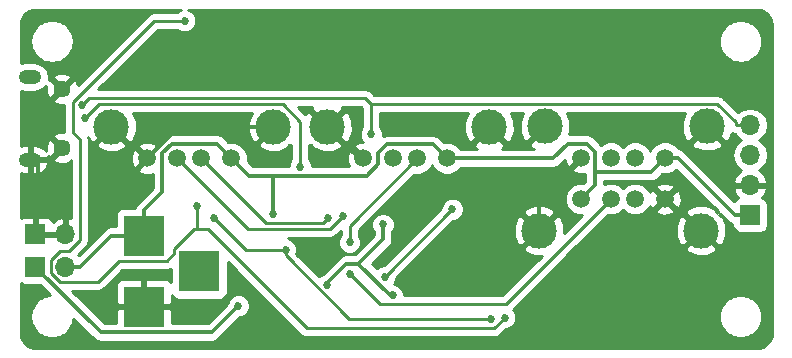
<source format=gbl>
G04 #@! TF.FileFunction,Copper,L2,Bot,Signal*
%FSLAX46Y46*%
G04 Gerber Fmt 4.6, Leading zero omitted, Abs format (unit mm)*
G04 Created by KiCad (PCBNEW 4.0.7) date 05/12/18 20:25:59*
%MOMM*%
%LPD*%
G01*
G04 APERTURE LIST*
%ADD10C,0.127000*%
%ADD11C,1.500000*%
%ADD12C,3.000000*%
%ADD13R,3.500000X3.500000*%
%ADD14C,1.450000*%
%ADD15O,1.900000X1.200000*%
%ADD16R,1.700000X1.700000*%
%ADD17O,1.700000X1.700000*%
%ADD18C,0.685800*%
%ADD19C,0.330000*%
%ADD20C,0.254000*%
G04 APERTURE END LIST*
D10*
D11*
X119992000Y-92735400D03*
X122532000Y-92735400D03*
X124562000Y-92735400D03*
X127102000Y-92735400D03*
D12*
X116942000Y-90065400D03*
X130662000Y-90065400D03*
D11*
X138264000Y-92735400D03*
X140804000Y-92735400D03*
X142834000Y-92735400D03*
X145374000Y-92735400D03*
D12*
X135214000Y-90065400D03*
X148934000Y-90065400D03*
D11*
X156705000Y-92679500D03*
X159245000Y-92679500D03*
X161275000Y-92679500D03*
X163815000Y-92679500D03*
D12*
X153655000Y-90009500D03*
X167375000Y-90009500D03*
D11*
X163815000Y-96177100D03*
X161275000Y-96177100D03*
X159245000Y-96177100D03*
X156705000Y-96177100D03*
D12*
X166865000Y-98847100D03*
X153145000Y-98847100D03*
D13*
X119695000Y-99298800D03*
X119695000Y-105298800D03*
X124395000Y-102298800D03*
D14*
X112756000Y-86847000D03*
X112756000Y-91847000D03*
D15*
X110056000Y-85847000D03*
X110056000Y-92847000D03*
D16*
X171021000Y-97538500D03*
D17*
X171021000Y-94998500D03*
X171021000Y-92458500D03*
X171021000Y-89918500D03*
D16*
X110498000Y-101933000D03*
D17*
X113038000Y-101933000D03*
D16*
X110490000Y-99151400D03*
D17*
X113030000Y-99151400D03*
D18*
X140742200Y-104332200D03*
X135199300Y-103447000D03*
X139933600Y-98331700D03*
X131680900Y-100452300D03*
X149047500Y-106345400D03*
X125637700Y-97761900D03*
X150248000Y-106210400D03*
X123153300Y-81097100D03*
X124160000Y-96803500D03*
X145801800Y-97035000D03*
X140089600Y-102747200D03*
X135270100Y-97812900D03*
X136530200Y-97646300D03*
X137107000Y-99858000D03*
X137108000Y-102490400D03*
X138934300Y-90680100D03*
X114472500Y-88226800D03*
X114678000Y-89347000D03*
X132928800Y-93427300D03*
X130650500Y-97457200D03*
X127686600Y-105219200D03*
D19*
X136840700Y-101652500D02*
X137860800Y-101652500D01*
X135199300Y-103293900D02*
X136840700Y-101652500D01*
X135199300Y-103447000D02*
X135199300Y-103293900D01*
X140540500Y-104332200D02*
X140742200Y-104332200D01*
X137860800Y-101652500D02*
X140540500Y-104332200D01*
X139933600Y-99579700D02*
X139933600Y-98331700D01*
X137860800Y-101652500D02*
X139933600Y-99579700D01*
X110490000Y-99151400D02*
X110490000Y-97882100D01*
X110056000Y-92847000D02*
X110740700Y-92847000D01*
X110740700Y-97631400D02*
X110740700Y-92847000D01*
X110490000Y-97882100D02*
X110740700Y-97631400D01*
X111756000Y-92847000D02*
X112756000Y-91847000D01*
X110740700Y-92847000D02*
X111756000Y-92847000D01*
X113030000Y-99151400D02*
X110490000Y-99151400D01*
X122662000Y-90065400D02*
X130662000Y-90065400D01*
X119992000Y-92735400D02*
X122662000Y-90065400D01*
X137884000Y-92735400D02*
X138264000Y-92735400D01*
X135214000Y-90065400D02*
X137884000Y-92735400D01*
X153145000Y-96239500D02*
X153145000Y-98847100D01*
X156705000Y-92679500D02*
X153145000Y-96239500D01*
D20*
X131680900Y-100953000D02*
X131680900Y-100452300D01*
X137073300Y-106345400D02*
X131680900Y-100953000D01*
X149047500Y-106345400D02*
X137073300Y-106345400D01*
X128328100Y-100452300D02*
X125637700Y-97761900D01*
X131680900Y-100452300D02*
X128328100Y-100452300D01*
X124160000Y-98744200D02*
X124160000Y-96803500D01*
X125093000Y-98744200D02*
X124160000Y-98744200D01*
X133463900Y-107115100D02*
X125093000Y-98744200D01*
X149343300Y-107115100D02*
X133463900Y-107115100D01*
X150248000Y-106210400D02*
X149343300Y-107115100D01*
X120560500Y-81097100D02*
X123153300Y-81097100D01*
X113716000Y-87941600D02*
X120560500Y-81097100D01*
X113716000Y-90590900D02*
X113716000Y-87941600D01*
X114261400Y-91136300D02*
X113716000Y-90590900D01*
X114261400Y-99661400D02*
X114261400Y-91136300D01*
X113380600Y-100542200D02*
X114261400Y-99661400D01*
X112612500Y-100542200D02*
X113380600Y-100542200D01*
X111806600Y-101348100D02*
X112612500Y-100542200D01*
X111806600Y-102443000D02*
X111806600Y-101348100D01*
X112551200Y-103187600D02*
X111806600Y-102443000D01*
X115806200Y-103187600D02*
X112551200Y-103187600D01*
X117563600Y-101430200D02*
X115806200Y-103187600D01*
X121611100Y-101430200D02*
X117563600Y-101430200D01*
X122263600Y-100777700D02*
X121611100Y-101430200D01*
X122263600Y-100386000D02*
X122263600Y-100777700D01*
X123905400Y-98744200D02*
X122263600Y-100386000D01*
X124160000Y-98744200D02*
X123905400Y-98744200D01*
X145801800Y-97035000D02*
X140089600Y-102747200D01*
X130019900Y-98193300D02*
X124562000Y-92735400D01*
X134889700Y-98193300D02*
X130019900Y-98193300D01*
X135270100Y-97812900D02*
X134889700Y-98193300D01*
X128519800Y-98723200D02*
X122532000Y-92735400D01*
X135453300Y-98723200D02*
X128519800Y-98723200D01*
X136530200Y-97646300D02*
X135453300Y-98723200D01*
X137107000Y-98462400D02*
X137107000Y-99858000D01*
X142834000Y-92735400D02*
X137107000Y-98462400D01*
X139675200Y-105057600D02*
X137108000Y-102490400D01*
X150364500Y-105057600D02*
X139675200Y-105057600D01*
X159245000Y-96177100D02*
X150364500Y-105057600D01*
X171021000Y-89918500D02*
X169789700Y-89918500D01*
X138987000Y-88121400D02*
X138934300Y-88174100D01*
X168223500Y-88121400D02*
X138987000Y-88121400D01*
X169789700Y-89687600D02*
X168223500Y-88121400D01*
X169789700Y-89918500D02*
X169789700Y-89687600D01*
X138934300Y-88174100D02*
X138934300Y-90680100D01*
X115033500Y-87665800D02*
X114472500Y-88226800D01*
X138426000Y-87665800D02*
X115033500Y-87665800D01*
X138934300Y-88174100D02*
X138426000Y-87665800D01*
X115850900Y-88174100D02*
X114678000Y-89347000D01*
X131431400Y-88174100D02*
X115850900Y-88174100D01*
X132928800Y-89671500D02*
X131431400Y-88174100D01*
X132928800Y-93427300D02*
X132928800Y-89671500D01*
D19*
X162614100Y-93880400D02*
X163815000Y-92679500D01*
X157877300Y-93880400D02*
X162614100Y-93880400D01*
X157877300Y-95004800D02*
X156705000Y-96177100D01*
X157877300Y-93880400D02*
X157877300Y-95004800D01*
X164892700Y-92679500D02*
X163815000Y-92679500D01*
X169751700Y-97538500D02*
X164892700Y-92679500D01*
X171021000Y-97538500D02*
X169751700Y-97538500D01*
X157877300Y-92187400D02*
X157877300Y-93880400D01*
X157193500Y-91503600D02*
X157877300Y-92187400D01*
X155580900Y-91503600D02*
X157193500Y-91503600D01*
X154349100Y-92735400D02*
X155580900Y-91503600D01*
X145374000Y-92735400D02*
X154349100Y-92735400D01*
X138543100Y-94213600D02*
X130650500Y-94213600D01*
X139534100Y-93222600D02*
X138543100Y-94213600D01*
X139534100Y-92291800D02*
X139534100Y-93222600D01*
X140282400Y-91543500D02*
X139534100Y-92291800D01*
X144182100Y-91543500D02*
X140282400Y-91543500D01*
X145374000Y-92735400D02*
X144182100Y-91543500D01*
X116033200Y-107468200D02*
X110498000Y-101933000D01*
X125437600Y-107468200D02*
X116033200Y-107468200D01*
X127686600Y-105219200D02*
X125437600Y-107468200D01*
X113038000Y-101933000D02*
X114307300Y-101933000D01*
X128580200Y-94213600D02*
X127102000Y-92735400D01*
X130650500Y-94213600D02*
X128580200Y-94213600D01*
X116941500Y-99298800D02*
X119695000Y-99298800D01*
X114307300Y-101933000D02*
X116941500Y-99298800D01*
X125877300Y-91510700D02*
X127102000Y-92735400D01*
X122043200Y-91510700D02*
X125877300Y-91510700D01*
X121262000Y-92291900D02*
X122043200Y-91510700D01*
X121262000Y-95562500D02*
X121262000Y-92291900D01*
X119695000Y-97129500D02*
X121262000Y-95562500D01*
X119695000Y-99298800D02*
X119695000Y-97129500D01*
X130650500Y-94213600D02*
X130650500Y-97457200D01*
D20*
G36*
X171674156Y-80164655D02*
X171787831Y-80179620D01*
X171899781Y-80204438D01*
X172009134Y-80238918D01*
X172115069Y-80282797D01*
X172216771Y-80335741D01*
X172313479Y-80397350D01*
X172404449Y-80467154D01*
X172488984Y-80544616D01*
X172566446Y-80629151D01*
X172636250Y-80720121D01*
X172697859Y-80816829D01*
X172750803Y-80918531D01*
X172794684Y-81024472D01*
X172824654Y-81119522D01*
X172867005Y-81359712D01*
X172874056Y-107458688D01*
X172868434Y-107588225D01*
X172853495Y-107701920D01*
X172828699Y-107813891D01*
X172794237Y-107923274D01*
X172750373Y-108029231D01*
X172697435Y-108130971D01*
X172635836Y-108227698D01*
X172566033Y-108318696D01*
X172488569Y-108403258D01*
X172404025Y-108480748D01*
X172313048Y-108550574D01*
X172216333Y-108612201D01*
X172114626Y-108665157D01*
X172008661Y-108709057D01*
X171899300Y-108743545D01*
X171831220Y-108758641D01*
X110577337Y-108788032D01*
X110447710Y-108782429D01*
X110333910Y-108767487D01*
X110221843Y-108742674D01*
X110112383Y-108708183D01*
X110006336Y-108664268D01*
X109904527Y-108611270D01*
X109807738Y-108549597D01*
X109716690Y-108479710D01*
X109632088Y-108402147D01*
X109554580Y-108317504D01*
X109484741Y-108226408D01*
X109423127Y-108129584D01*
X109370186Y-108027738D01*
X109326339Y-107921676D01*
X109291910Y-107812185D01*
X109276814Y-107743816D01*
X109276508Y-103297711D01*
X109396110Y-103379431D01*
X109648000Y-103430440D01*
X110864070Y-103430440D01*
X111739158Y-104305528D01*
X111522548Y-104334045D01*
X111437699Y-104362848D01*
X111349818Y-104380328D01*
X111072461Y-104495214D01*
X110997962Y-104544993D01*
X110917599Y-104584623D01*
X110679426Y-104767379D01*
X110620347Y-104834747D01*
X110552979Y-104893826D01*
X110370223Y-105131999D01*
X110330592Y-105212364D01*
X110280814Y-105286861D01*
X110165928Y-105564219D01*
X110148448Y-105652100D01*
X110119645Y-105736949D01*
X110080460Y-106034590D01*
X110086320Y-106124000D01*
X110080460Y-106213410D01*
X110119645Y-106511051D01*
X110148448Y-106595900D01*
X110165928Y-106683781D01*
X110280814Y-106961139D01*
X110330592Y-107035636D01*
X110370223Y-107116001D01*
X110552979Y-107354174D01*
X110620347Y-107413253D01*
X110679426Y-107480621D01*
X110917599Y-107663377D01*
X110997962Y-107703007D01*
X111072461Y-107752786D01*
X111349818Y-107867672D01*
X111437699Y-107885152D01*
X111522548Y-107913955D01*
X111820190Y-107953140D01*
X111909597Y-107947279D01*
X111999010Y-107953140D01*
X112296651Y-107913955D01*
X112381500Y-107885152D01*
X112469381Y-107867672D01*
X112746739Y-107752786D01*
X112821236Y-107703008D01*
X112901601Y-107663377D01*
X113139774Y-107480621D01*
X113198853Y-107413253D01*
X113266221Y-107354174D01*
X113448977Y-107116001D01*
X113488607Y-107035638D01*
X113538386Y-106961139D01*
X113653272Y-106683782D01*
X113670752Y-106595901D01*
X113699555Y-106511052D01*
X113728072Y-106294442D01*
X115467515Y-108033885D01*
X115727053Y-108207304D01*
X116033200Y-108268200D01*
X125437600Y-108268200D01*
X125743747Y-108207304D01*
X126003285Y-108033885D01*
X127839937Y-106197234D01*
X127880263Y-106197269D01*
X128239812Y-106048707D01*
X128515140Y-105773859D01*
X128664330Y-105414570D01*
X128664669Y-105025537D01*
X128516107Y-104665988D01*
X128241259Y-104390660D01*
X127881970Y-104241470D01*
X127492937Y-104241131D01*
X127133388Y-104389693D01*
X126858060Y-104664541D01*
X126708870Y-105023830D01*
X126708834Y-105065596D01*
X125106230Y-106668200D01*
X122080000Y-106668200D01*
X122080000Y-105584550D01*
X121921250Y-105425800D01*
X119822000Y-105425800D01*
X119822000Y-105445800D01*
X119568000Y-105445800D01*
X119568000Y-105425800D01*
X117468750Y-105425800D01*
X117310000Y-105584550D01*
X117310000Y-106668200D01*
X116364570Y-106668200D01*
X113645970Y-103949600D01*
X115806200Y-103949600D01*
X116097805Y-103891596D01*
X116345015Y-103726415D01*
X116648939Y-103422491D01*
X117310000Y-103422491D01*
X117310000Y-105013050D01*
X117468750Y-105171800D01*
X119568000Y-105171800D01*
X119568000Y-103072550D01*
X119409250Y-102913800D01*
X117818690Y-102913800D01*
X117585301Y-103010473D01*
X117406673Y-103189102D01*
X117310000Y-103422491D01*
X116648939Y-103422491D01*
X117879230Y-102192200D01*
X121611100Y-102192200D01*
X121902705Y-102134196D01*
X121997560Y-102070816D01*
X121997560Y-103223463D01*
X121983327Y-103189102D01*
X121804699Y-103010473D01*
X121571310Y-102913800D01*
X119980750Y-102913800D01*
X119822000Y-103072550D01*
X119822000Y-105171800D01*
X121921250Y-105171800D01*
X122080000Y-105013050D01*
X122080000Y-104343422D01*
X122180910Y-104500241D01*
X122393110Y-104645231D01*
X122645000Y-104696240D01*
X126145000Y-104696240D01*
X126380317Y-104651962D01*
X126596441Y-104512890D01*
X126741431Y-104300690D01*
X126792440Y-104048800D01*
X126792440Y-101521270D01*
X132925084Y-107653915D01*
X133148791Y-107803391D01*
X133172295Y-107819096D01*
X133463900Y-107877100D01*
X149343300Y-107877100D01*
X149634905Y-107819096D01*
X149882115Y-107653915D01*
X150347643Y-107188387D01*
X150441663Y-107188469D01*
X150801212Y-107039907D01*
X151076540Y-106765059D01*
X151225730Y-106405770D01*
X151226053Y-106034590D01*
X168380460Y-106034590D01*
X168386320Y-106124000D01*
X168380460Y-106213410D01*
X168419645Y-106511051D01*
X168448448Y-106595900D01*
X168465928Y-106683781D01*
X168580814Y-106961139D01*
X168630592Y-107035636D01*
X168670223Y-107116001D01*
X168852979Y-107354174D01*
X168920347Y-107413253D01*
X168979426Y-107480621D01*
X169217599Y-107663377D01*
X169297962Y-107703007D01*
X169372461Y-107752786D01*
X169649818Y-107867672D01*
X169737699Y-107885152D01*
X169822548Y-107913955D01*
X170120190Y-107953140D01*
X170209597Y-107947279D01*
X170299010Y-107953140D01*
X170596651Y-107913955D01*
X170681500Y-107885152D01*
X170769381Y-107867672D01*
X171046739Y-107752786D01*
X171121236Y-107703008D01*
X171201601Y-107663377D01*
X171439774Y-107480621D01*
X171498853Y-107413253D01*
X171566221Y-107354174D01*
X171748977Y-107116001D01*
X171788607Y-107035638D01*
X171838386Y-106961139D01*
X171953272Y-106683782D01*
X171970752Y-106595901D01*
X171999555Y-106511052D01*
X172038740Y-106213410D01*
X172032879Y-106124000D01*
X172038740Y-106034590D01*
X171999555Y-105736948D01*
X171970752Y-105652099D01*
X171953272Y-105564218D01*
X171838386Y-105286861D01*
X171788607Y-105212362D01*
X171748977Y-105131999D01*
X171566221Y-104893826D01*
X171498853Y-104834747D01*
X171439774Y-104767379D01*
X171201601Y-104584623D01*
X171121236Y-104544992D01*
X171046739Y-104495214D01*
X170769381Y-104380328D01*
X170681500Y-104362848D01*
X170596651Y-104334045D01*
X170299010Y-104294860D01*
X170209597Y-104300721D01*
X170120190Y-104294860D01*
X169822548Y-104334045D01*
X169737699Y-104362848D01*
X169649818Y-104380328D01*
X169372461Y-104495214D01*
X169297962Y-104544993D01*
X169217599Y-104584623D01*
X168979426Y-104767379D01*
X168920347Y-104834747D01*
X168852979Y-104893826D01*
X168670223Y-105131999D01*
X168630592Y-105212364D01*
X168580814Y-105286861D01*
X168465928Y-105564219D01*
X168448448Y-105652100D01*
X168419645Y-105736949D01*
X168380460Y-106034590D01*
X151226053Y-106034590D01*
X151226069Y-106016737D01*
X151077507Y-105657188D01*
X150960127Y-105539603D01*
X156138660Y-100361070D01*
X165530635Y-100361070D01*
X165690418Y-100679839D01*
X166481187Y-100989823D01*
X167330387Y-100973597D01*
X168039582Y-100679839D01*
X168199365Y-100361070D01*
X166865000Y-99026705D01*
X165530635Y-100361070D01*
X156138660Y-100361070D01*
X158036443Y-98463287D01*
X164722277Y-98463287D01*
X164738503Y-99312487D01*
X165032261Y-100021682D01*
X165351030Y-100181465D01*
X166685395Y-98847100D01*
X165351030Y-97512735D01*
X165032261Y-97672518D01*
X164722277Y-98463287D01*
X158036443Y-98463287D01*
X158946799Y-97552932D01*
X158968298Y-97561859D01*
X159519285Y-97562340D01*
X160028515Y-97351931D01*
X160260062Y-97120787D01*
X160489436Y-97350561D01*
X160998298Y-97561859D01*
X161549285Y-97562340D01*
X162058515Y-97351931D01*
X162262183Y-97148617D01*
X163023088Y-97148617D01*
X163091077Y-97389560D01*
X163610171Y-97574301D01*
X164160448Y-97546330D01*
X164538923Y-97389560D01*
X164606912Y-97148617D01*
X163815000Y-96356705D01*
X163023088Y-97148617D01*
X162262183Y-97148617D01*
X162448461Y-96962664D01*
X162538377Y-96746121D01*
X162602540Y-96901023D01*
X162843483Y-96969012D01*
X163635395Y-96177100D01*
X163994605Y-96177100D01*
X164786517Y-96969012D01*
X165027460Y-96901023D01*
X165212201Y-96381929D01*
X165184230Y-95831652D01*
X165027460Y-95453177D01*
X164786517Y-95385188D01*
X163994605Y-96177100D01*
X163635395Y-96177100D01*
X162843483Y-95385188D01*
X162602540Y-95453177D01*
X162543268Y-95619721D01*
X162449831Y-95393585D01*
X162262157Y-95205583D01*
X163023088Y-95205583D01*
X163815000Y-95997495D01*
X164606912Y-95205583D01*
X164538923Y-94964640D01*
X164019829Y-94779899D01*
X163469552Y-94807870D01*
X163091077Y-94964640D01*
X163023088Y-95205583D01*
X162262157Y-95205583D01*
X162060564Y-95003639D01*
X161551702Y-94792341D01*
X161000715Y-94791860D01*
X160491485Y-95002269D01*
X160259938Y-95233413D01*
X160030564Y-95003639D01*
X159521702Y-94792341D01*
X158970715Y-94791860D01*
X158677300Y-94913096D01*
X158677300Y-94680400D01*
X162614100Y-94680400D01*
X162920247Y-94619504D01*
X163179785Y-94446085D01*
X163561591Y-94064279D01*
X164089285Y-94064740D01*
X164598515Y-93854331D01*
X164767485Y-93685655D01*
X168307161Y-97225331D01*
X168199364Y-97333128D01*
X168039582Y-97014361D01*
X167248813Y-96704377D01*
X166399613Y-96720603D01*
X165690418Y-97014361D01*
X165530635Y-97333130D01*
X166865000Y-98667495D01*
X166879143Y-98653353D01*
X167058748Y-98832958D01*
X167044605Y-98847100D01*
X168378970Y-100181465D01*
X168697739Y-100021682D01*
X169007723Y-99230913D01*
X168991497Y-98381713D01*
X168697739Y-97672518D01*
X168378972Y-97512736D01*
X168486769Y-97404939D01*
X169186015Y-98104186D01*
X169445553Y-98277604D01*
X169523560Y-98293120D01*
X169523560Y-98388500D01*
X169567838Y-98623817D01*
X169706910Y-98839941D01*
X169919110Y-98984931D01*
X170171000Y-99035940D01*
X171871000Y-99035940D01*
X172106317Y-98991662D01*
X172322441Y-98852590D01*
X172467431Y-98640390D01*
X172518440Y-98388500D01*
X172518440Y-96688500D01*
X172474162Y-96453183D01*
X172335090Y-96237059D01*
X172122890Y-96092069D01*
X172014893Y-96070199D01*
X172292645Y-95765424D01*
X172462476Y-95355390D01*
X172341155Y-95125500D01*
X171148000Y-95125500D01*
X171148000Y-95145500D01*
X170894000Y-95145500D01*
X170894000Y-95125500D01*
X169700845Y-95125500D01*
X169579524Y-95355390D01*
X169749355Y-95765424D01*
X170025501Y-96068437D01*
X169935683Y-96085338D01*
X169719559Y-96224410D01*
X169658437Y-96313866D01*
X165458385Y-92113815D01*
X165198847Y-91940396D01*
X165173730Y-91935400D01*
X164991107Y-91899074D01*
X164989831Y-91895985D01*
X164617965Y-91523470D01*
X166040635Y-91523470D01*
X166200418Y-91842239D01*
X166991187Y-92152223D01*
X167840387Y-92135997D01*
X168549582Y-91842239D01*
X168709365Y-91523470D01*
X167375000Y-90189105D01*
X166040635Y-91523470D01*
X164617965Y-91523470D01*
X164600564Y-91506039D01*
X164091702Y-91294741D01*
X163540715Y-91294260D01*
X163031485Y-91504669D01*
X162641539Y-91893936D01*
X162545024Y-92126370D01*
X162449831Y-91895985D01*
X162060564Y-91506039D01*
X161551702Y-91294741D01*
X161000715Y-91294260D01*
X160491485Y-91504669D01*
X160259938Y-91735813D01*
X160030564Y-91506039D01*
X159521702Y-91294741D01*
X158970715Y-91294260D01*
X158461485Y-91504669D01*
X158393653Y-91572382D01*
X157759185Y-90937915D01*
X157499647Y-90764496D01*
X157193500Y-90703600D01*
X155676089Y-90703600D01*
X155797723Y-90393313D01*
X155781497Y-89544113D01*
X155507821Y-88883400D01*
X165523256Y-88883400D01*
X165232277Y-89625687D01*
X165248503Y-90474887D01*
X165542261Y-91184082D01*
X165861030Y-91343865D01*
X167195395Y-90009500D01*
X167181253Y-89995358D01*
X167360858Y-89815753D01*
X167375000Y-89829895D01*
X167389143Y-89815753D01*
X167568748Y-89995358D01*
X167554605Y-90009500D01*
X168888970Y-91343865D01*
X169207739Y-91184082D01*
X169442456Y-90585319D01*
X169498095Y-90622496D01*
X169743202Y-90671251D01*
X169941853Y-90968554D01*
X170271026Y-91188500D01*
X169941853Y-91408446D01*
X169619946Y-91890215D01*
X169506907Y-92458500D01*
X169619946Y-93026785D01*
X169941853Y-93508554D01*
X170282553Y-93736202D01*
X170139642Y-93803317D01*
X169749355Y-94231576D01*
X169579524Y-94641610D01*
X169700845Y-94871500D01*
X170894000Y-94871500D01*
X170894000Y-94851500D01*
X171148000Y-94851500D01*
X171148000Y-94871500D01*
X172341155Y-94871500D01*
X172462476Y-94641610D01*
X172292645Y-94231576D01*
X171902358Y-93803317D01*
X171759447Y-93736202D01*
X172100147Y-93508554D01*
X172422054Y-93026785D01*
X172535093Y-92458500D01*
X172422054Y-91890215D01*
X172100147Y-91408446D01*
X171770974Y-91188500D01*
X172100147Y-90968554D01*
X172422054Y-90486785D01*
X172535093Y-89918500D01*
X172422054Y-89350215D01*
X172100147Y-88868446D01*
X171618378Y-88546539D01*
X171050093Y-88433500D01*
X170991907Y-88433500D01*
X170423622Y-88546539D01*
X170005590Y-88825859D01*
X168762315Y-87582585D01*
X168722345Y-87555878D01*
X168515105Y-87417404D01*
X168223500Y-87359400D01*
X139197230Y-87359400D01*
X138964815Y-87126985D01*
X138756796Y-86987991D01*
X138717605Y-86961804D01*
X138426000Y-86903800D01*
X115831430Y-86903800D01*
X120000640Y-82734590D01*
X168380460Y-82734590D01*
X168386320Y-82824000D01*
X168380460Y-82913410D01*
X168419645Y-83211051D01*
X168448448Y-83295900D01*
X168465928Y-83383781D01*
X168580814Y-83661139D01*
X168630592Y-83735636D01*
X168670223Y-83816001D01*
X168852979Y-84054174D01*
X168920347Y-84113253D01*
X168979426Y-84180621D01*
X169217599Y-84363377D01*
X169297962Y-84403007D01*
X169372461Y-84452786D01*
X169649818Y-84567672D01*
X169737699Y-84585152D01*
X169822548Y-84613955D01*
X170120190Y-84653140D01*
X170209597Y-84647279D01*
X170299010Y-84653140D01*
X170596651Y-84613955D01*
X170681500Y-84585152D01*
X170769381Y-84567672D01*
X171046739Y-84452786D01*
X171121236Y-84403008D01*
X171201601Y-84363377D01*
X171439774Y-84180621D01*
X171498853Y-84113253D01*
X171566221Y-84054174D01*
X171748977Y-83816001D01*
X171788607Y-83735638D01*
X171838386Y-83661139D01*
X171953272Y-83383782D01*
X171970752Y-83295901D01*
X171999555Y-83211052D01*
X172038740Y-82913410D01*
X172032879Y-82824000D01*
X172038740Y-82734590D01*
X171999555Y-82436948D01*
X171970752Y-82352099D01*
X171953272Y-82264218D01*
X171838386Y-81986861D01*
X171788607Y-81912362D01*
X171748977Y-81831999D01*
X171566221Y-81593826D01*
X171498853Y-81534747D01*
X171439774Y-81467379D01*
X171201601Y-81284623D01*
X171121236Y-81244992D01*
X171046739Y-81195214D01*
X170769381Y-81080328D01*
X170681500Y-81062848D01*
X170596651Y-81034045D01*
X170299010Y-80994860D01*
X170209597Y-81000721D01*
X170120190Y-80994860D01*
X169822548Y-81034045D01*
X169737699Y-81062848D01*
X169649818Y-81080328D01*
X169372461Y-81195214D01*
X169297962Y-81244993D01*
X169217599Y-81284623D01*
X168979426Y-81467379D01*
X168920347Y-81534747D01*
X168852979Y-81593826D01*
X168670223Y-81831999D01*
X168630592Y-81912364D01*
X168580814Y-81986861D01*
X168465928Y-82264219D01*
X168448448Y-82352100D01*
X168419645Y-82436949D01*
X168380460Y-82734590D01*
X120000640Y-82734590D01*
X120876131Y-81859100D01*
X122532217Y-81859100D01*
X122598641Y-81925640D01*
X122957930Y-82074830D01*
X123346963Y-82075169D01*
X123706512Y-81926607D01*
X123981840Y-81651759D01*
X124131030Y-81292470D01*
X124131369Y-80903437D01*
X123982807Y-80543888D01*
X123707959Y-80268560D01*
X123444110Y-80159000D01*
X171544651Y-80159000D01*
X171674156Y-80164655D01*
X171674156Y-80164655D01*
G37*
X171674156Y-80164655D02*
X171787831Y-80179620D01*
X171899781Y-80204438D01*
X172009134Y-80238918D01*
X172115069Y-80282797D01*
X172216771Y-80335741D01*
X172313479Y-80397350D01*
X172404449Y-80467154D01*
X172488984Y-80544616D01*
X172566446Y-80629151D01*
X172636250Y-80720121D01*
X172697859Y-80816829D01*
X172750803Y-80918531D01*
X172794684Y-81024472D01*
X172824654Y-81119522D01*
X172867005Y-81359712D01*
X172874056Y-107458688D01*
X172868434Y-107588225D01*
X172853495Y-107701920D01*
X172828699Y-107813891D01*
X172794237Y-107923274D01*
X172750373Y-108029231D01*
X172697435Y-108130971D01*
X172635836Y-108227698D01*
X172566033Y-108318696D01*
X172488569Y-108403258D01*
X172404025Y-108480748D01*
X172313048Y-108550574D01*
X172216333Y-108612201D01*
X172114626Y-108665157D01*
X172008661Y-108709057D01*
X171899300Y-108743545D01*
X171831220Y-108758641D01*
X110577337Y-108788032D01*
X110447710Y-108782429D01*
X110333910Y-108767487D01*
X110221843Y-108742674D01*
X110112383Y-108708183D01*
X110006336Y-108664268D01*
X109904527Y-108611270D01*
X109807738Y-108549597D01*
X109716690Y-108479710D01*
X109632088Y-108402147D01*
X109554580Y-108317504D01*
X109484741Y-108226408D01*
X109423127Y-108129584D01*
X109370186Y-108027738D01*
X109326339Y-107921676D01*
X109291910Y-107812185D01*
X109276814Y-107743816D01*
X109276508Y-103297711D01*
X109396110Y-103379431D01*
X109648000Y-103430440D01*
X110864070Y-103430440D01*
X111739158Y-104305528D01*
X111522548Y-104334045D01*
X111437699Y-104362848D01*
X111349818Y-104380328D01*
X111072461Y-104495214D01*
X110997962Y-104544993D01*
X110917599Y-104584623D01*
X110679426Y-104767379D01*
X110620347Y-104834747D01*
X110552979Y-104893826D01*
X110370223Y-105131999D01*
X110330592Y-105212364D01*
X110280814Y-105286861D01*
X110165928Y-105564219D01*
X110148448Y-105652100D01*
X110119645Y-105736949D01*
X110080460Y-106034590D01*
X110086320Y-106124000D01*
X110080460Y-106213410D01*
X110119645Y-106511051D01*
X110148448Y-106595900D01*
X110165928Y-106683781D01*
X110280814Y-106961139D01*
X110330592Y-107035636D01*
X110370223Y-107116001D01*
X110552979Y-107354174D01*
X110620347Y-107413253D01*
X110679426Y-107480621D01*
X110917599Y-107663377D01*
X110997962Y-107703007D01*
X111072461Y-107752786D01*
X111349818Y-107867672D01*
X111437699Y-107885152D01*
X111522548Y-107913955D01*
X111820190Y-107953140D01*
X111909597Y-107947279D01*
X111999010Y-107953140D01*
X112296651Y-107913955D01*
X112381500Y-107885152D01*
X112469381Y-107867672D01*
X112746739Y-107752786D01*
X112821236Y-107703008D01*
X112901601Y-107663377D01*
X113139774Y-107480621D01*
X113198853Y-107413253D01*
X113266221Y-107354174D01*
X113448977Y-107116001D01*
X113488607Y-107035638D01*
X113538386Y-106961139D01*
X113653272Y-106683782D01*
X113670752Y-106595901D01*
X113699555Y-106511052D01*
X113728072Y-106294442D01*
X115467515Y-108033885D01*
X115727053Y-108207304D01*
X116033200Y-108268200D01*
X125437600Y-108268200D01*
X125743747Y-108207304D01*
X126003285Y-108033885D01*
X127839937Y-106197234D01*
X127880263Y-106197269D01*
X128239812Y-106048707D01*
X128515140Y-105773859D01*
X128664330Y-105414570D01*
X128664669Y-105025537D01*
X128516107Y-104665988D01*
X128241259Y-104390660D01*
X127881970Y-104241470D01*
X127492937Y-104241131D01*
X127133388Y-104389693D01*
X126858060Y-104664541D01*
X126708870Y-105023830D01*
X126708834Y-105065596D01*
X125106230Y-106668200D01*
X122080000Y-106668200D01*
X122080000Y-105584550D01*
X121921250Y-105425800D01*
X119822000Y-105425800D01*
X119822000Y-105445800D01*
X119568000Y-105445800D01*
X119568000Y-105425800D01*
X117468750Y-105425800D01*
X117310000Y-105584550D01*
X117310000Y-106668200D01*
X116364570Y-106668200D01*
X113645970Y-103949600D01*
X115806200Y-103949600D01*
X116097805Y-103891596D01*
X116345015Y-103726415D01*
X116648939Y-103422491D01*
X117310000Y-103422491D01*
X117310000Y-105013050D01*
X117468750Y-105171800D01*
X119568000Y-105171800D01*
X119568000Y-103072550D01*
X119409250Y-102913800D01*
X117818690Y-102913800D01*
X117585301Y-103010473D01*
X117406673Y-103189102D01*
X117310000Y-103422491D01*
X116648939Y-103422491D01*
X117879230Y-102192200D01*
X121611100Y-102192200D01*
X121902705Y-102134196D01*
X121997560Y-102070816D01*
X121997560Y-103223463D01*
X121983327Y-103189102D01*
X121804699Y-103010473D01*
X121571310Y-102913800D01*
X119980750Y-102913800D01*
X119822000Y-103072550D01*
X119822000Y-105171800D01*
X121921250Y-105171800D01*
X122080000Y-105013050D01*
X122080000Y-104343422D01*
X122180910Y-104500241D01*
X122393110Y-104645231D01*
X122645000Y-104696240D01*
X126145000Y-104696240D01*
X126380317Y-104651962D01*
X126596441Y-104512890D01*
X126741431Y-104300690D01*
X126792440Y-104048800D01*
X126792440Y-101521270D01*
X132925084Y-107653915D01*
X133148791Y-107803391D01*
X133172295Y-107819096D01*
X133463900Y-107877100D01*
X149343300Y-107877100D01*
X149634905Y-107819096D01*
X149882115Y-107653915D01*
X150347643Y-107188387D01*
X150441663Y-107188469D01*
X150801212Y-107039907D01*
X151076540Y-106765059D01*
X151225730Y-106405770D01*
X151226053Y-106034590D01*
X168380460Y-106034590D01*
X168386320Y-106124000D01*
X168380460Y-106213410D01*
X168419645Y-106511051D01*
X168448448Y-106595900D01*
X168465928Y-106683781D01*
X168580814Y-106961139D01*
X168630592Y-107035636D01*
X168670223Y-107116001D01*
X168852979Y-107354174D01*
X168920347Y-107413253D01*
X168979426Y-107480621D01*
X169217599Y-107663377D01*
X169297962Y-107703007D01*
X169372461Y-107752786D01*
X169649818Y-107867672D01*
X169737699Y-107885152D01*
X169822548Y-107913955D01*
X170120190Y-107953140D01*
X170209597Y-107947279D01*
X170299010Y-107953140D01*
X170596651Y-107913955D01*
X170681500Y-107885152D01*
X170769381Y-107867672D01*
X171046739Y-107752786D01*
X171121236Y-107703008D01*
X171201601Y-107663377D01*
X171439774Y-107480621D01*
X171498853Y-107413253D01*
X171566221Y-107354174D01*
X171748977Y-107116001D01*
X171788607Y-107035638D01*
X171838386Y-106961139D01*
X171953272Y-106683782D01*
X171970752Y-106595901D01*
X171999555Y-106511052D01*
X172038740Y-106213410D01*
X172032879Y-106124000D01*
X172038740Y-106034590D01*
X171999555Y-105736948D01*
X171970752Y-105652099D01*
X171953272Y-105564218D01*
X171838386Y-105286861D01*
X171788607Y-105212362D01*
X171748977Y-105131999D01*
X171566221Y-104893826D01*
X171498853Y-104834747D01*
X171439774Y-104767379D01*
X171201601Y-104584623D01*
X171121236Y-104544992D01*
X171046739Y-104495214D01*
X170769381Y-104380328D01*
X170681500Y-104362848D01*
X170596651Y-104334045D01*
X170299010Y-104294860D01*
X170209597Y-104300721D01*
X170120190Y-104294860D01*
X169822548Y-104334045D01*
X169737699Y-104362848D01*
X169649818Y-104380328D01*
X169372461Y-104495214D01*
X169297962Y-104544993D01*
X169217599Y-104584623D01*
X168979426Y-104767379D01*
X168920347Y-104834747D01*
X168852979Y-104893826D01*
X168670223Y-105131999D01*
X168630592Y-105212364D01*
X168580814Y-105286861D01*
X168465928Y-105564219D01*
X168448448Y-105652100D01*
X168419645Y-105736949D01*
X168380460Y-106034590D01*
X151226053Y-106034590D01*
X151226069Y-106016737D01*
X151077507Y-105657188D01*
X150960127Y-105539603D01*
X156138660Y-100361070D01*
X165530635Y-100361070D01*
X165690418Y-100679839D01*
X166481187Y-100989823D01*
X167330387Y-100973597D01*
X168039582Y-100679839D01*
X168199365Y-100361070D01*
X166865000Y-99026705D01*
X165530635Y-100361070D01*
X156138660Y-100361070D01*
X158036443Y-98463287D01*
X164722277Y-98463287D01*
X164738503Y-99312487D01*
X165032261Y-100021682D01*
X165351030Y-100181465D01*
X166685395Y-98847100D01*
X165351030Y-97512735D01*
X165032261Y-97672518D01*
X164722277Y-98463287D01*
X158036443Y-98463287D01*
X158946799Y-97552932D01*
X158968298Y-97561859D01*
X159519285Y-97562340D01*
X160028515Y-97351931D01*
X160260062Y-97120787D01*
X160489436Y-97350561D01*
X160998298Y-97561859D01*
X161549285Y-97562340D01*
X162058515Y-97351931D01*
X162262183Y-97148617D01*
X163023088Y-97148617D01*
X163091077Y-97389560D01*
X163610171Y-97574301D01*
X164160448Y-97546330D01*
X164538923Y-97389560D01*
X164606912Y-97148617D01*
X163815000Y-96356705D01*
X163023088Y-97148617D01*
X162262183Y-97148617D01*
X162448461Y-96962664D01*
X162538377Y-96746121D01*
X162602540Y-96901023D01*
X162843483Y-96969012D01*
X163635395Y-96177100D01*
X163994605Y-96177100D01*
X164786517Y-96969012D01*
X165027460Y-96901023D01*
X165212201Y-96381929D01*
X165184230Y-95831652D01*
X165027460Y-95453177D01*
X164786517Y-95385188D01*
X163994605Y-96177100D01*
X163635395Y-96177100D01*
X162843483Y-95385188D01*
X162602540Y-95453177D01*
X162543268Y-95619721D01*
X162449831Y-95393585D01*
X162262157Y-95205583D01*
X163023088Y-95205583D01*
X163815000Y-95997495D01*
X164606912Y-95205583D01*
X164538923Y-94964640D01*
X164019829Y-94779899D01*
X163469552Y-94807870D01*
X163091077Y-94964640D01*
X163023088Y-95205583D01*
X162262157Y-95205583D01*
X162060564Y-95003639D01*
X161551702Y-94792341D01*
X161000715Y-94791860D01*
X160491485Y-95002269D01*
X160259938Y-95233413D01*
X160030564Y-95003639D01*
X159521702Y-94792341D01*
X158970715Y-94791860D01*
X158677300Y-94913096D01*
X158677300Y-94680400D01*
X162614100Y-94680400D01*
X162920247Y-94619504D01*
X163179785Y-94446085D01*
X163561591Y-94064279D01*
X164089285Y-94064740D01*
X164598515Y-93854331D01*
X164767485Y-93685655D01*
X168307161Y-97225331D01*
X168199364Y-97333128D01*
X168039582Y-97014361D01*
X167248813Y-96704377D01*
X166399613Y-96720603D01*
X165690418Y-97014361D01*
X165530635Y-97333130D01*
X166865000Y-98667495D01*
X166879143Y-98653353D01*
X167058748Y-98832958D01*
X167044605Y-98847100D01*
X168378970Y-100181465D01*
X168697739Y-100021682D01*
X169007723Y-99230913D01*
X168991497Y-98381713D01*
X168697739Y-97672518D01*
X168378972Y-97512736D01*
X168486769Y-97404939D01*
X169186015Y-98104186D01*
X169445553Y-98277604D01*
X169523560Y-98293120D01*
X169523560Y-98388500D01*
X169567838Y-98623817D01*
X169706910Y-98839941D01*
X169919110Y-98984931D01*
X170171000Y-99035940D01*
X171871000Y-99035940D01*
X172106317Y-98991662D01*
X172322441Y-98852590D01*
X172467431Y-98640390D01*
X172518440Y-98388500D01*
X172518440Y-96688500D01*
X172474162Y-96453183D01*
X172335090Y-96237059D01*
X172122890Y-96092069D01*
X172014893Y-96070199D01*
X172292645Y-95765424D01*
X172462476Y-95355390D01*
X172341155Y-95125500D01*
X171148000Y-95125500D01*
X171148000Y-95145500D01*
X170894000Y-95145500D01*
X170894000Y-95125500D01*
X169700845Y-95125500D01*
X169579524Y-95355390D01*
X169749355Y-95765424D01*
X170025501Y-96068437D01*
X169935683Y-96085338D01*
X169719559Y-96224410D01*
X169658437Y-96313866D01*
X165458385Y-92113815D01*
X165198847Y-91940396D01*
X165173730Y-91935400D01*
X164991107Y-91899074D01*
X164989831Y-91895985D01*
X164617965Y-91523470D01*
X166040635Y-91523470D01*
X166200418Y-91842239D01*
X166991187Y-92152223D01*
X167840387Y-92135997D01*
X168549582Y-91842239D01*
X168709365Y-91523470D01*
X167375000Y-90189105D01*
X166040635Y-91523470D01*
X164617965Y-91523470D01*
X164600564Y-91506039D01*
X164091702Y-91294741D01*
X163540715Y-91294260D01*
X163031485Y-91504669D01*
X162641539Y-91893936D01*
X162545024Y-92126370D01*
X162449831Y-91895985D01*
X162060564Y-91506039D01*
X161551702Y-91294741D01*
X161000715Y-91294260D01*
X160491485Y-91504669D01*
X160259938Y-91735813D01*
X160030564Y-91506039D01*
X159521702Y-91294741D01*
X158970715Y-91294260D01*
X158461485Y-91504669D01*
X158393653Y-91572382D01*
X157759185Y-90937915D01*
X157499647Y-90764496D01*
X157193500Y-90703600D01*
X155676089Y-90703600D01*
X155797723Y-90393313D01*
X155781497Y-89544113D01*
X155507821Y-88883400D01*
X165523256Y-88883400D01*
X165232277Y-89625687D01*
X165248503Y-90474887D01*
X165542261Y-91184082D01*
X165861030Y-91343865D01*
X167195395Y-90009500D01*
X167181253Y-89995358D01*
X167360858Y-89815753D01*
X167375000Y-89829895D01*
X167389143Y-89815753D01*
X167568748Y-89995358D01*
X167554605Y-90009500D01*
X168888970Y-91343865D01*
X169207739Y-91184082D01*
X169442456Y-90585319D01*
X169498095Y-90622496D01*
X169743202Y-90671251D01*
X169941853Y-90968554D01*
X170271026Y-91188500D01*
X169941853Y-91408446D01*
X169619946Y-91890215D01*
X169506907Y-92458500D01*
X169619946Y-93026785D01*
X169941853Y-93508554D01*
X170282553Y-93736202D01*
X170139642Y-93803317D01*
X169749355Y-94231576D01*
X169579524Y-94641610D01*
X169700845Y-94871500D01*
X170894000Y-94871500D01*
X170894000Y-94851500D01*
X171148000Y-94851500D01*
X171148000Y-94871500D01*
X172341155Y-94871500D01*
X172462476Y-94641610D01*
X172292645Y-94231576D01*
X171902358Y-93803317D01*
X171759447Y-93736202D01*
X172100147Y-93508554D01*
X172422054Y-93026785D01*
X172535093Y-92458500D01*
X172422054Y-91890215D01*
X172100147Y-91408446D01*
X171770974Y-91188500D01*
X172100147Y-90968554D01*
X172422054Y-90486785D01*
X172535093Y-89918500D01*
X172422054Y-89350215D01*
X172100147Y-88868446D01*
X171618378Y-88546539D01*
X171050093Y-88433500D01*
X170991907Y-88433500D01*
X170423622Y-88546539D01*
X170005590Y-88825859D01*
X168762315Y-87582585D01*
X168722345Y-87555878D01*
X168515105Y-87417404D01*
X168223500Y-87359400D01*
X139197230Y-87359400D01*
X138964815Y-87126985D01*
X138756796Y-86987991D01*
X138717605Y-86961804D01*
X138426000Y-86903800D01*
X115831430Y-86903800D01*
X120000640Y-82734590D01*
X168380460Y-82734590D01*
X168386320Y-82824000D01*
X168380460Y-82913410D01*
X168419645Y-83211051D01*
X168448448Y-83295900D01*
X168465928Y-83383781D01*
X168580814Y-83661139D01*
X168630592Y-83735636D01*
X168670223Y-83816001D01*
X168852979Y-84054174D01*
X168920347Y-84113253D01*
X168979426Y-84180621D01*
X169217599Y-84363377D01*
X169297962Y-84403007D01*
X169372461Y-84452786D01*
X169649818Y-84567672D01*
X169737699Y-84585152D01*
X169822548Y-84613955D01*
X170120190Y-84653140D01*
X170209597Y-84647279D01*
X170299010Y-84653140D01*
X170596651Y-84613955D01*
X170681500Y-84585152D01*
X170769381Y-84567672D01*
X171046739Y-84452786D01*
X171121236Y-84403008D01*
X171201601Y-84363377D01*
X171439774Y-84180621D01*
X171498853Y-84113253D01*
X171566221Y-84054174D01*
X171748977Y-83816001D01*
X171788607Y-83735638D01*
X171838386Y-83661139D01*
X171953272Y-83383782D01*
X171970752Y-83295901D01*
X171999555Y-83211052D01*
X172038740Y-82913410D01*
X172032879Y-82824000D01*
X172038740Y-82734590D01*
X171999555Y-82436948D01*
X171970752Y-82352099D01*
X171953272Y-82264218D01*
X171838386Y-81986861D01*
X171788607Y-81912362D01*
X171748977Y-81831999D01*
X171566221Y-81593826D01*
X171498853Y-81534747D01*
X171439774Y-81467379D01*
X171201601Y-81284623D01*
X171121236Y-81244992D01*
X171046739Y-81195214D01*
X170769381Y-81080328D01*
X170681500Y-81062848D01*
X170596651Y-81034045D01*
X170299010Y-80994860D01*
X170209597Y-81000721D01*
X170120190Y-80994860D01*
X169822548Y-81034045D01*
X169737699Y-81062848D01*
X169649818Y-81080328D01*
X169372461Y-81195214D01*
X169297962Y-81244993D01*
X169217599Y-81284623D01*
X168979426Y-81467379D01*
X168920347Y-81534747D01*
X168852979Y-81593826D01*
X168670223Y-81831999D01*
X168630592Y-81912364D01*
X168580814Y-81986861D01*
X168465928Y-82264219D01*
X168448448Y-82352100D01*
X168419645Y-82436949D01*
X168380460Y-82734590D01*
X120000640Y-82734590D01*
X120876131Y-81859100D01*
X122532217Y-81859100D01*
X122598641Y-81925640D01*
X122957930Y-82074830D01*
X123346963Y-82075169D01*
X123706512Y-81926607D01*
X123981840Y-81651759D01*
X124131030Y-81292470D01*
X124131369Y-80903437D01*
X123982807Y-80543888D01*
X123707959Y-80268560D01*
X123444110Y-80159000D01*
X171544651Y-80159000D01*
X171674156Y-80164655D01*
G36*
X156898748Y-92665358D02*
X156884605Y-92679500D01*
X156898748Y-92693643D01*
X156719143Y-92873248D01*
X156705000Y-92859105D01*
X155913088Y-93651017D01*
X155981077Y-93891960D01*
X156500171Y-94076701D01*
X157050448Y-94048730D01*
X157077300Y-94037608D01*
X157077300Y-94673429D01*
X156958409Y-94792321D01*
X156430715Y-94791860D01*
X155921485Y-95002269D01*
X155531539Y-95391536D01*
X155320241Y-95900398D01*
X155319760Y-96451385D01*
X155530169Y-96960615D01*
X155919436Y-97350561D01*
X156428298Y-97561859D01*
X156782301Y-97562168D01*
X155284458Y-99060012D01*
X155271497Y-98381713D01*
X154977739Y-97672518D01*
X154658970Y-97512735D01*
X153324605Y-98847100D01*
X153338748Y-98861243D01*
X153159143Y-99040848D01*
X153145000Y-99026705D01*
X151810635Y-100361070D01*
X151970418Y-100679839D01*
X152761187Y-100989823D01*
X153366207Y-100978263D01*
X150048870Y-104295600D01*
X141720132Y-104295600D01*
X141720269Y-104138537D01*
X141571707Y-103778988D01*
X141296859Y-103503660D01*
X140937570Y-103354470D01*
X140865500Y-103354407D01*
X140918140Y-103301859D01*
X141067330Y-102942570D01*
X141067413Y-102847017D01*
X145451143Y-98463287D01*
X151002277Y-98463287D01*
X151018503Y-99312487D01*
X151312261Y-100021682D01*
X151631030Y-100181465D01*
X152965395Y-98847100D01*
X151631030Y-97512735D01*
X151312261Y-97672518D01*
X151002277Y-98463287D01*
X145451143Y-98463287D01*
X145901444Y-98012987D01*
X145995463Y-98013069D01*
X146355012Y-97864507D01*
X146630340Y-97589659D01*
X146736860Y-97333130D01*
X151810635Y-97333130D01*
X153145000Y-98667495D01*
X154479365Y-97333130D01*
X154319582Y-97014361D01*
X153528813Y-96704377D01*
X152679613Y-96720603D01*
X151970418Y-97014361D01*
X151810635Y-97333130D01*
X146736860Y-97333130D01*
X146779530Y-97230370D01*
X146779869Y-96841337D01*
X146631307Y-96481788D01*
X146356459Y-96206460D01*
X145997170Y-96057270D01*
X145608137Y-96056931D01*
X145248588Y-96205493D01*
X144973260Y-96480341D01*
X144824070Y-96839630D01*
X144823987Y-96935182D01*
X139989957Y-101769213D01*
X139895937Y-101769131D01*
X139536388Y-101917693D01*
X139396754Y-102057084D01*
X138992170Y-101652500D01*
X140499286Y-100145385D01*
X140672704Y-99885847D01*
X140693718Y-99780200D01*
X140733600Y-99579700D01*
X140733600Y-98914849D01*
X140762140Y-98886359D01*
X140911330Y-98527070D01*
X140911669Y-98138037D01*
X140763107Y-97778488D01*
X140488259Y-97503160D01*
X140128970Y-97353970D01*
X139739937Y-97353631D01*
X139380388Y-97502193D01*
X139105060Y-97777041D01*
X138955870Y-98136330D01*
X138955531Y-98525363D01*
X139104093Y-98884912D01*
X139133600Y-98914471D01*
X139133600Y-99248329D01*
X137529430Y-100852500D01*
X136840700Y-100852500D01*
X136534553Y-100913396D01*
X136275014Y-101086815D01*
X134813517Y-102548313D01*
X134646088Y-102617493D01*
X134534458Y-102728928D01*
X132598356Y-100792826D01*
X132658630Y-100647670D01*
X132658969Y-100258637D01*
X132510407Y-99899088D01*
X132235559Y-99623760D01*
X131901870Y-99485200D01*
X135453300Y-99485200D01*
X135744905Y-99427196D01*
X135992115Y-99262015D01*
X136345000Y-98909130D01*
X136345000Y-99236917D01*
X136278460Y-99303341D01*
X136129270Y-99662630D01*
X136128931Y-100051663D01*
X136277493Y-100411212D01*
X136552341Y-100686540D01*
X136911630Y-100835730D01*
X137300663Y-100836069D01*
X137660212Y-100687507D01*
X137935540Y-100412659D01*
X138084730Y-100053370D01*
X138085069Y-99664337D01*
X137936507Y-99304788D01*
X137869000Y-99237163D01*
X137869000Y-98778030D01*
X142535798Y-94111232D01*
X142557298Y-94120159D01*
X143108285Y-94120640D01*
X143617515Y-93910231D01*
X144007461Y-93520964D01*
X144103976Y-93288530D01*
X144199169Y-93518915D01*
X144588436Y-93908861D01*
X145097298Y-94120159D01*
X145648285Y-94120640D01*
X146157515Y-93910231D01*
X146533000Y-93535400D01*
X154349100Y-93535400D01*
X154655247Y-93474504D01*
X154914785Y-93301085D01*
X155328763Y-92887107D01*
X155335770Y-93024948D01*
X155492540Y-93403423D01*
X155733483Y-93471412D01*
X156525395Y-92679500D01*
X156511253Y-92665358D01*
X156690858Y-92485753D01*
X156705000Y-92499895D01*
X156719143Y-92485753D01*
X156898748Y-92665358D01*
X156898748Y-92665358D01*
G37*
X156898748Y-92665358D02*
X156884605Y-92679500D01*
X156898748Y-92693643D01*
X156719143Y-92873248D01*
X156705000Y-92859105D01*
X155913088Y-93651017D01*
X155981077Y-93891960D01*
X156500171Y-94076701D01*
X157050448Y-94048730D01*
X157077300Y-94037608D01*
X157077300Y-94673429D01*
X156958409Y-94792321D01*
X156430715Y-94791860D01*
X155921485Y-95002269D01*
X155531539Y-95391536D01*
X155320241Y-95900398D01*
X155319760Y-96451385D01*
X155530169Y-96960615D01*
X155919436Y-97350561D01*
X156428298Y-97561859D01*
X156782301Y-97562168D01*
X155284458Y-99060012D01*
X155271497Y-98381713D01*
X154977739Y-97672518D01*
X154658970Y-97512735D01*
X153324605Y-98847100D01*
X153338748Y-98861243D01*
X153159143Y-99040848D01*
X153145000Y-99026705D01*
X151810635Y-100361070D01*
X151970418Y-100679839D01*
X152761187Y-100989823D01*
X153366207Y-100978263D01*
X150048870Y-104295600D01*
X141720132Y-104295600D01*
X141720269Y-104138537D01*
X141571707Y-103778988D01*
X141296859Y-103503660D01*
X140937570Y-103354470D01*
X140865500Y-103354407D01*
X140918140Y-103301859D01*
X141067330Y-102942570D01*
X141067413Y-102847017D01*
X145451143Y-98463287D01*
X151002277Y-98463287D01*
X151018503Y-99312487D01*
X151312261Y-100021682D01*
X151631030Y-100181465D01*
X152965395Y-98847100D01*
X151631030Y-97512735D01*
X151312261Y-97672518D01*
X151002277Y-98463287D01*
X145451143Y-98463287D01*
X145901444Y-98012987D01*
X145995463Y-98013069D01*
X146355012Y-97864507D01*
X146630340Y-97589659D01*
X146736860Y-97333130D01*
X151810635Y-97333130D01*
X153145000Y-98667495D01*
X154479365Y-97333130D01*
X154319582Y-97014361D01*
X153528813Y-96704377D01*
X152679613Y-96720603D01*
X151970418Y-97014361D01*
X151810635Y-97333130D01*
X146736860Y-97333130D01*
X146779530Y-97230370D01*
X146779869Y-96841337D01*
X146631307Y-96481788D01*
X146356459Y-96206460D01*
X145997170Y-96057270D01*
X145608137Y-96056931D01*
X145248588Y-96205493D01*
X144973260Y-96480341D01*
X144824070Y-96839630D01*
X144823987Y-96935182D01*
X139989957Y-101769213D01*
X139895937Y-101769131D01*
X139536388Y-101917693D01*
X139396754Y-102057084D01*
X138992170Y-101652500D01*
X140499286Y-100145385D01*
X140672704Y-99885847D01*
X140693718Y-99780200D01*
X140733600Y-99579700D01*
X140733600Y-98914849D01*
X140762140Y-98886359D01*
X140911330Y-98527070D01*
X140911669Y-98138037D01*
X140763107Y-97778488D01*
X140488259Y-97503160D01*
X140128970Y-97353970D01*
X139739937Y-97353631D01*
X139380388Y-97502193D01*
X139105060Y-97777041D01*
X138955870Y-98136330D01*
X138955531Y-98525363D01*
X139104093Y-98884912D01*
X139133600Y-98914471D01*
X139133600Y-99248329D01*
X137529430Y-100852500D01*
X136840700Y-100852500D01*
X136534553Y-100913396D01*
X136275014Y-101086815D01*
X134813517Y-102548313D01*
X134646088Y-102617493D01*
X134534458Y-102728928D01*
X132598356Y-100792826D01*
X132658630Y-100647670D01*
X132658969Y-100258637D01*
X132510407Y-99899088D01*
X132235559Y-99623760D01*
X131901870Y-99485200D01*
X135453300Y-99485200D01*
X135744905Y-99427196D01*
X135992115Y-99262015D01*
X136345000Y-98909130D01*
X136345000Y-99236917D01*
X136278460Y-99303341D01*
X136129270Y-99662630D01*
X136128931Y-100051663D01*
X136277493Y-100411212D01*
X136552341Y-100686540D01*
X136911630Y-100835730D01*
X137300663Y-100836069D01*
X137660212Y-100687507D01*
X137935540Y-100412659D01*
X138084730Y-100053370D01*
X138085069Y-99664337D01*
X137936507Y-99304788D01*
X137869000Y-99237163D01*
X137869000Y-98778030D01*
X142535798Y-94111232D01*
X142557298Y-94120159D01*
X143108285Y-94120640D01*
X143617515Y-93910231D01*
X144007461Y-93520964D01*
X144103976Y-93288530D01*
X144199169Y-93518915D01*
X144588436Y-93908861D01*
X145097298Y-94120159D01*
X145648285Y-94120640D01*
X146157515Y-93910231D01*
X146533000Y-93535400D01*
X154349100Y-93535400D01*
X154655247Y-93474504D01*
X154914785Y-93301085D01*
X155328763Y-92887107D01*
X155335770Y-93024948D01*
X155492540Y-93403423D01*
X155733483Y-93471412D01*
X156525395Y-92679500D01*
X156511253Y-92665358D01*
X156690858Y-92485753D01*
X156705000Y-92499895D01*
X156719143Y-92485753D01*
X156898748Y-92665358D01*
G36*
X128519277Y-89681587D02*
X128535503Y-90530787D01*
X128829261Y-91239982D01*
X129148030Y-91399765D01*
X130482395Y-90065400D01*
X130468253Y-90051258D01*
X130647858Y-89871653D01*
X130662000Y-89885795D01*
X130676143Y-89871653D01*
X130855748Y-90051258D01*
X130841605Y-90065400D01*
X130855748Y-90079543D01*
X130676143Y-90259148D01*
X130662000Y-90245005D01*
X129327635Y-91579370D01*
X129487418Y-91898139D01*
X130278187Y-92208123D01*
X131127387Y-92191897D01*
X131836582Y-91898139D01*
X131996364Y-91579372D01*
X132109686Y-91692694D01*
X132166800Y-91635580D01*
X132166800Y-92806217D01*
X132100260Y-92872641D01*
X131951070Y-93231930D01*
X131950912Y-93413600D01*
X128911571Y-93413600D01*
X128486779Y-92988809D01*
X128487240Y-92461115D01*
X128276831Y-91951885D01*
X127887564Y-91561939D01*
X127378702Y-91350641D01*
X126848148Y-91350178D01*
X126442985Y-90945015D01*
X126183447Y-90771596D01*
X125877300Y-90710700D01*
X122043200Y-90710700D01*
X121737053Y-90771596D01*
X121477515Y-90945014D01*
X120756344Y-91666186D01*
X120715923Y-91522940D01*
X120196829Y-91338199D01*
X119646552Y-91366170D01*
X119268077Y-91522940D01*
X119200088Y-91763883D01*
X119992000Y-92555795D01*
X120006143Y-92541653D01*
X120185748Y-92721258D01*
X120171605Y-92735400D01*
X120185748Y-92749543D01*
X120006143Y-92929148D01*
X119992000Y-92915005D01*
X119200088Y-93706917D01*
X119268077Y-93947860D01*
X119787171Y-94132601D01*
X120337448Y-94104630D01*
X120462000Y-94053039D01*
X120462000Y-95231129D01*
X119129315Y-96563815D01*
X118955896Y-96823353D01*
X118940380Y-96901360D01*
X117945000Y-96901360D01*
X117709683Y-96945638D01*
X117493559Y-97084710D01*
X117348569Y-97296910D01*
X117297560Y-97548800D01*
X117297560Y-98498800D01*
X116941500Y-98498800D01*
X116635353Y-98559696D01*
X116375814Y-98733115D01*
X114154954Y-100953976D01*
X114111495Y-100888935D01*
X114800215Y-100200216D01*
X114965396Y-99953005D01*
X114976121Y-99899088D01*
X115023400Y-99661400D01*
X115023400Y-92530571D01*
X118594799Y-92530571D01*
X118622770Y-93080848D01*
X118779540Y-93459323D01*
X119020483Y-93527312D01*
X119812395Y-92735400D01*
X119020483Y-91943488D01*
X118779540Y-92011477D01*
X118594799Y-92530571D01*
X115023400Y-92530571D01*
X115023400Y-91579370D01*
X115607635Y-91579370D01*
X115767418Y-91898139D01*
X116558187Y-92208123D01*
X117407387Y-92191897D01*
X118116582Y-91898139D01*
X118276365Y-91579370D01*
X116942000Y-90245005D01*
X115607635Y-91579370D01*
X115023400Y-91579370D01*
X115023400Y-91136300D01*
X114983752Y-90936976D01*
X115109261Y-91239982D01*
X115428030Y-91399765D01*
X116762395Y-90065400D01*
X116748253Y-90051258D01*
X116927858Y-89871653D01*
X116942000Y-89885795D01*
X116956143Y-89871653D01*
X117135748Y-90051258D01*
X117121605Y-90065400D01*
X118455970Y-91399765D01*
X118774739Y-91239982D01*
X119084723Y-90449213D01*
X119068497Y-89600013D01*
X118793495Y-88936100D01*
X128811510Y-88936100D01*
X128519277Y-89681587D01*
X128519277Y-89681587D01*
G37*
X128519277Y-89681587D02*
X128535503Y-90530787D01*
X128829261Y-91239982D01*
X129148030Y-91399765D01*
X130482395Y-90065400D01*
X130468253Y-90051258D01*
X130647858Y-89871653D01*
X130662000Y-89885795D01*
X130676143Y-89871653D01*
X130855748Y-90051258D01*
X130841605Y-90065400D01*
X130855748Y-90079543D01*
X130676143Y-90259148D01*
X130662000Y-90245005D01*
X129327635Y-91579370D01*
X129487418Y-91898139D01*
X130278187Y-92208123D01*
X131127387Y-92191897D01*
X131836582Y-91898139D01*
X131996364Y-91579372D01*
X132109686Y-91692694D01*
X132166800Y-91635580D01*
X132166800Y-92806217D01*
X132100260Y-92872641D01*
X131951070Y-93231930D01*
X131950912Y-93413600D01*
X128911571Y-93413600D01*
X128486779Y-92988809D01*
X128487240Y-92461115D01*
X128276831Y-91951885D01*
X127887564Y-91561939D01*
X127378702Y-91350641D01*
X126848148Y-91350178D01*
X126442985Y-90945015D01*
X126183447Y-90771596D01*
X125877300Y-90710700D01*
X122043200Y-90710700D01*
X121737053Y-90771596D01*
X121477515Y-90945014D01*
X120756344Y-91666186D01*
X120715923Y-91522940D01*
X120196829Y-91338199D01*
X119646552Y-91366170D01*
X119268077Y-91522940D01*
X119200088Y-91763883D01*
X119992000Y-92555795D01*
X120006143Y-92541653D01*
X120185748Y-92721258D01*
X120171605Y-92735400D01*
X120185748Y-92749543D01*
X120006143Y-92929148D01*
X119992000Y-92915005D01*
X119200088Y-93706917D01*
X119268077Y-93947860D01*
X119787171Y-94132601D01*
X120337448Y-94104630D01*
X120462000Y-94053039D01*
X120462000Y-95231129D01*
X119129315Y-96563815D01*
X118955896Y-96823353D01*
X118940380Y-96901360D01*
X117945000Y-96901360D01*
X117709683Y-96945638D01*
X117493559Y-97084710D01*
X117348569Y-97296910D01*
X117297560Y-97548800D01*
X117297560Y-98498800D01*
X116941500Y-98498800D01*
X116635353Y-98559696D01*
X116375814Y-98733115D01*
X114154954Y-100953976D01*
X114111495Y-100888935D01*
X114800215Y-100200216D01*
X114965396Y-99953005D01*
X114976121Y-99899088D01*
X115023400Y-99661400D01*
X115023400Y-92530571D01*
X118594799Y-92530571D01*
X118622770Y-93080848D01*
X118779540Y-93459323D01*
X119020483Y-93527312D01*
X119812395Y-92735400D01*
X119020483Y-91943488D01*
X118779540Y-92011477D01*
X118594799Y-92530571D01*
X115023400Y-92530571D01*
X115023400Y-91579370D01*
X115607635Y-91579370D01*
X115767418Y-91898139D01*
X116558187Y-92208123D01*
X117407387Y-92191897D01*
X118116582Y-91898139D01*
X118276365Y-91579370D01*
X116942000Y-90245005D01*
X115607635Y-91579370D01*
X115023400Y-91579370D01*
X115023400Y-91136300D01*
X114983752Y-90936976D01*
X115109261Y-91239982D01*
X115428030Y-91399765D01*
X116762395Y-90065400D01*
X116748253Y-90051258D01*
X116927858Y-89871653D01*
X116942000Y-89885795D01*
X116956143Y-89871653D01*
X117135748Y-90051258D01*
X117121605Y-90065400D01*
X118455970Y-91399765D01*
X118774739Y-91239982D01*
X119084723Y-90449213D01*
X119068497Y-89600013D01*
X118793495Y-88936100D01*
X128811510Y-88936100D01*
X128519277Y-89681587D01*
G36*
X122600088Y-80267593D02*
X122532463Y-80335100D01*
X120560500Y-80335100D01*
X120268895Y-80393104D01*
X120196160Y-80441704D01*
X120021685Y-80558284D01*
X114092470Y-86487500D01*
X113947753Y-86138122D01*
X113709398Y-86073207D01*
X112935605Y-86847000D01*
X112949748Y-86861143D01*
X112770143Y-87040748D01*
X112756000Y-87026605D01*
X111982207Y-87800398D01*
X112047122Y-88038753D01*
X112557146Y-88219312D01*
X112954000Y-88198479D01*
X112954000Y-90474733D01*
X112414556Y-90503051D01*
X112047122Y-90655247D01*
X111982207Y-90893602D01*
X112756000Y-91667395D01*
X112770143Y-91653253D01*
X112949748Y-91832858D01*
X112935605Y-91847000D01*
X112949748Y-91861143D01*
X112770143Y-92040748D01*
X112756000Y-92026605D01*
X111982207Y-92800398D01*
X112047122Y-93038753D01*
X112557146Y-93219312D01*
X113097444Y-93190949D01*
X113464878Y-93038753D01*
X113499400Y-92911995D01*
X113499400Y-97756524D01*
X113386890Y-97709924D01*
X113157000Y-97831245D01*
X113157000Y-99024400D01*
X113177000Y-99024400D01*
X113177000Y-99278400D01*
X113157000Y-99278400D01*
X113157000Y-99298400D01*
X112903000Y-99298400D01*
X112903000Y-99278400D01*
X110617000Y-99278400D01*
X110617000Y-99298400D01*
X110363000Y-99298400D01*
X110363000Y-99278400D01*
X110343000Y-99278400D01*
X110343000Y-99024400D01*
X110363000Y-99024400D01*
X110363000Y-97825150D01*
X110617000Y-97825150D01*
X110617000Y-99024400D01*
X112903000Y-99024400D01*
X112903000Y-97831245D01*
X112673110Y-97709924D01*
X112263076Y-97879755D01*
X111965136Y-98151278D01*
X111878327Y-97941702D01*
X111699699Y-97763073D01*
X111466310Y-97666400D01*
X110775750Y-97666400D01*
X110617000Y-97825150D01*
X110363000Y-97825150D01*
X110204250Y-97666400D01*
X109513690Y-97666400D01*
X109280301Y-97763073D01*
X109276128Y-97767246D01*
X109275868Y-93988621D01*
X109579000Y-94082000D01*
X109929000Y-94082000D01*
X109929000Y-92974000D01*
X110183000Y-92974000D01*
X110183000Y-94082000D01*
X110533000Y-94082000D01*
X110995947Y-93939390D01*
X111369080Y-93630474D01*
X111595592Y-93202281D01*
X111599462Y-93164609D01*
X111474731Y-92974000D01*
X110183000Y-92974000D01*
X109929000Y-92974000D01*
X109909000Y-92974000D01*
X109909000Y-92720000D01*
X109929000Y-92720000D01*
X109929000Y-91612000D01*
X110183000Y-91612000D01*
X110183000Y-92720000D01*
X111474731Y-92720000D01*
X111579424Y-92560012D01*
X111802602Y-92620793D01*
X112576395Y-91847000D01*
X111802602Y-91073207D01*
X111564247Y-91138122D01*
X111383688Y-91648146D01*
X111409505Y-92139945D01*
X111369080Y-92063526D01*
X110995947Y-91754610D01*
X110533000Y-91612000D01*
X110183000Y-91612000D01*
X109929000Y-91612000D01*
X109579000Y-91612000D01*
X109275711Y-91705428D01*
X109275388Y-87002522D01*
X109674948Y-87082000D01*
X110437052Y-87082000D01*
X110909666Y-86987991D01*
X111310329Y-86720277D01*
X111412044Y-86568050D01*
X111383688Y-86648146D01*
X111412051Y-87188444D01*
X111564247Y-87555878D01*
X111802602Y-87620793D01*
X112576395Y-86847000D01*
X111802602Y-86073207D01*
X111617002Y-86123754D01*
X111662782Y-85893602D01*
X111982207Y-85893602D01*
X112756000Y-86667395D01*
X113529793Y-85893602D01*
X113464878Y-85655247D01*
X112954854Y-85474688D01*
X112414556Y-85503051D01*
X112047122Y-85655247D01*
X111982207Y-85893602D01*
X111662782Y-85893602D01*
X111672052Y-85847000D01*
X111578043Y-85374386D01*
X111310329Y-84973723D01*
X110909666Y-84706009D01*
X110437052Y-84612000D01*
X109674948Y-84612000D01*
X109275229Y-84691509D01*
X109275095Y-82734590D01*
X110080460Y-82734590D01*
X110086320Y-82824000D01*
X110080460Y-82913410D01*
X110119645Y-83211051D01*
X110148448Y-83295900D01*
X110165928Y-83383781D01*
X110280814Y-83661139D01*
X110330592Y-83735636D01*
X110370223Y-83816001D01*
X110552979Y-84054174D01*
X110620347Y-84113253D01*
X110679426Y-84180621D01*
X110917599Y-84363377D01*
X110997962Y-84403007D01*
X111072461Y-84452786D01*
X111349818Y-84567672D01*
X111437699Y-84585152D01*
X111522548Y-84613955D01*
X111820190Y-84653140D01*
X111909597Y-84647279D01*
X111999010Y-84653140D01*
X112296651Y-84613955D01*
X112381500Y-84585152D01*
X112469381Y-84567672D01*
X112746739Y-84452786D01*
X112821236Y-84403008D01*
X112901601Y-84363377D01*
X113139774Y-84180621D01*
X113198853Y-84113253D01*
X113266221Y-84054174D01*
X113448977Y-83816001D01*
X113488607Y-83735638D01*
X113538386Y-83661139D01*
X113653272Y-83383782D01*
X113670752Y-83295901D01*
X113699555Y-83211052D01*
X113738740Y-82913410D01*
X113732879Y-82824000D01*
X113738740Y-82734590D01*
X113699555Y-82436948D01*
X113670752Y-82352099D01*
X113653272Y-82264218D01*
X113538386Y-81986861D01*
X113488607Y-81912362D01*
X113448977Y-81831999D01*
X113266221Y-81593826D01*
X113198853Y-81534747D01*
X113139774Y-81467379D01*
X112901601Y-81284623D01*
X112821236Y-81244992D01*
X112746739Y-81195214D01*
X112469381Y-81080328D01*
X112381500Y-81062848D01*
X112296651Y-81034045D01*
X111999010Y-80994860D01*
X111909597Y-81000721D01*
X111820190Y-80994860D01*
X111522548Y-81034045D01*
X111437699Y-81062848D01*
X111349818Y-81080328D01*
X111072461Y-81195214D01*
X110997962Y-81244993D01*
X110917599Y-81284623D01*
X110679426Y-81467379D01*
X110620347Y-81534747D01*
X110552979Y-81593826D01*
X110370223Y-81831999D01*
X110330592Y-81912364D01*
X110280814Y-81986861D01*
X110165928Y-82264219D01*
X110148448Y-82352100D01*
X110119645Y-82436949D01*
X110080460Y-82734590D01*
X109275095Y-82734590D01*
X109274989Y-81201702D01*
X109290038Y-81133819D01*
X109324518Y-81024466D01*
X109368397Y-80918531D01*
X109421341Y-80816829D01*
X109482950Y-80720121D01*
X109552754Y-80629151D01*
X109630216Y-80544616D01*
X109714751Y-80467154D01*
X109805721Y-80397350D01*
X109902429Y-80335741D01*
X110004131Y-80282797D01*
X110110072Y-80238916D01*
X110219417Y-80204439D01*
X110331371Y-80179619D01*
X110445044Y-80164655D01*
X110574549Y-80159000D01*
X122862904Y-80159000D01*
X122600088Y-80267593D01*
X122600088Y-80267593D01*
G37*
X122600088Y-80267593D02*
X122532463Y-80335100D01*
X120560500Y-80335100D01*
X120268895Y-80393104D01*
X120196160Y-80441704D01*
X120021685Y-80558284D01*
X114092470Y-86487500D01*
X113947753Y-86138122D01*
X113709398Y-86073207D01*
X112935605Y-86847000D01*
X112949748Y-86861143D01*
X112770143Y-87040748D01*
X112756000Y-87026605D01*
X111982207Y-87800398D01*
X112047122Y-88038753D01*
X112557146Y-88219312D01*
X112954000Y-88198479D01*
X112954000Y-90474733D01*
X112414556Y-90503051D01*
X112047122Y-90655247D01*
X111982207Y-90893602D01*
X112756000Y-91667395D01*
X112770143Y-91653253D01*
X112949748Y-91832858D01*
X112935605Y-91847000D01*
X112949748Y-91861143D01*
X112770143Y-92040748D01*
X112756000Y-92026605D01*
X111982207Y-92800398D01*
X112047122Y-93038753D01*
X112557146Y-93219312D01*
X113097444Y-93190949D01*
X113464878Y-93038753D01*
X113499400Y-92911995D01*
X113499400Y-97756524D01*
X113386890Y-97709924D01*
X113157000Y-97831245D01*
X113157000Y-99024400D01*
X113177000Y-99024400D01*
X113177000Y-99278400D01*
X113157000Y-99278400D01*
X113157000Y-99298400D01*
X112903000Y-99298400D01*
X112903000Y-99278400D01*
X110617000Y-99278400D01*
X110617000Y-99298400D01*
X110363000Y-99298400D01*
X110363000Y-99278400D01*
X110343000Y-99278400D01*
X110343000Y-99024400D01*
X110363000Y-99024400D01*
X110363000Y-97825150D01*
X110617000Y-97825150D01*
X110617000Y-99024400D01*
X112903000Y-99024400D01*
X112903000Y-97831245D01*
X112673110Y-97709924D01*
X112263076Y-97879755D01*
X111965136Y-98151278D01*
X111878327Y-97941702D01*
X111699699Y-97763073D01*
X111466310Y-97666400D01*
X110775750Y-97666400D01*
X110617000Y-97825150D01*
X110363000Y-97825150D01*
X110204250Y-97666400D01*
X109513690Y-97666400D01*
X109280301Y-97763073D01*
X109276128Y-97767246D01*
X109275868Y-93988621D01*
X109579000Y-94082000D01*
X109929000Y-94082000D01*
X109929000Y-92974000D01*
X110183000Y-92974000D01*
X110183000Y-94082000D01*
X110533000Y-94082000D01*
X110995947Y-93939390D01*
X111369080Y-93630474D01*
X111595592Y-93202281D01*
X111599462Y-93164609D01*
X111474731Y-92974000D01*
X110183000Y-92974000D01*
X109929000Y-92974000D01*
X109909000Y-92974000D01*
X109909000Y-92720000D01*
X109929000Y-92720000D01*
X109929000Y-91612000D01*
X110183000Y-91612000D01*
X110183000Y-92720000D01*
X111474731Y-92720000D01*
X111579424Y-92560012D01*
X111802602Y-92620793D01*
X112576395Y-91847000D01*
X111802602Y-91073207D01*
X111564247Y-91138122D01*
X111383688Y-91648146D01*
X111409505Y-92139945D01*
X111369080Y-92063526D01*
X110995947Y-91754610D01*
X110533000Y-91612000D01*
X110183000Y-91612000D01*
X109929000Y-91612000D01*
X109579000Y-91612000D01*
X109275711Y-91705428D01*
X109275388Y-87002522D01*
X109674948Y-87082000D01*
X110437052Y-87082000D01*
X110909666Y-86987991D01*
X111310329Y-86720277D01*
X111412044Y-86568050D01*
X111383688Y-86648146D01*
X111412051Y-87188444D01*
X111564247Y-87555878D01*
X111802602Y-87620793D01*
X112576395Y-86847000D01*
X111802602Y-86073207D01*
X111617002Y-86123754D01*
X111662782Y-85893602D01*
X111982207Y-85893602D01*
X112756000Y-86667395D01*
X113529793Y-85893602D01*
X113464878Y-85655247D01*
X112954854Y-85474688D01*
X112414556Y-85503051D01*
X112047122Y-85655247D01*
X111982207Y-85893602D01*
X111662782Y-85893602D01*
X111672052Y-85847000D01*
X111578043Y-85374386D01*
X111310329Y-84973723D01*
X110909666Y-84706009D01*
X110437052Y-84612000D01*
X109674948Y-84612000D01*
X109275229Y-84691509D01*
X109275095Y-82734590D01*
X110080460Y-82734590D01*
X110086320Y-82824000D01*
X110080460Y-82913410D01*
X110119645Y-83211051D01*
X110148448Y-83295900D01*
X110165928Y-83383781D01*
X110280814Y-83661139D01*
X110330592Y-83735636D01*
X110370223Y-83816001D01*
X110552979Y-84054174D01*
X110620347Y-84113253D01*
X110679426Y-84180621D01*
X110917599Y-84363377D01*
X110997962Y-84403007D01*
X111072461Y-84452786D01*
X111349818Y-84567672D01*
X111437699Y-84585152D01*
X111522548Y-84613955D01*
X111820190Y-84653140D01*
X111909597Y-84647279D01*
X111999010Y-84653140D01*
X112296651Y-84613955D01*
X112381500Y-84585152D01*
X112469381Y-84567672D01*
X112746739Y-84452786D01*
X112821236Y-84403008D01*
X112901601Y-84363377D01*
X113139774Y-84180621D01*
X113198853Y-84113253D01*
X113266221Y-84054174D01*
X113448977Y-83816001D01*
X113488607Y-83735638D01*
X113538386Y-83661139D01*
X113653272Y-83383782D01*
X113670752Y-83295901D01*
X113699555Y-83211052D01*
X113738740Y-82913410D01*
X113732879Y-82824000D01*
X113738740Y-82734590D01*
X113699555Y-82436948D01*
X113670752Y-82352099D01*
X113653272Y-82264218D01*
X113538386Y-81986861D01*
X113488607Y-81912362D01*
X113448977Y-81831999D01*
X113266221Y-81593826D01*
X113198853Y-81534747D01*
X113139774Y-81467379D01*
X112901601Y-81284623D01*
X112821236Y-81244992D01*
X112746739Y-81195214D01*
X112469381Y-81080328D01*
X112381500Y-81062848D01*
X112296651Y-81034045D01*
X111999010Y-80994860D01*
X111909597Y-81000721D01*
X111820190Y-80994860D01*
X111522548Y-81034045D01*
X111437699Y-81062848D01*
X111349818Y-81080328D01*
X111072461Y-81195214D01*
X110997962Y-81244993D01*
X110917599Y-81284623D01*
X110679426Y-81467379D01*
X110620347Y-81534747D01*
X110552979Y-81593826D01*
X110370223Y-81831999D01*
X110330592Y-81912364D01*
X110280814Y-81986861D01*
X110165928Y-82264219D01*
X110148448Y-82352100D01*
X110119645Y-82436949D01*
X110080460Y-82734590D01*
X109275095Y-82734590D01*
X109274989Y-81201702D01*
X109290038Y-81133819D01*
X109324518Y-81024466D01*
X109368397Y-80918531D01*
X109421341Y-80816829D01*
X109482950Y-80720121D01*
X109552754Y-80629151D01*
X109630216Y-80544616D01*
X109714751Y-80467154D01*
X109805721Y-80397350D01*
X109902429Y-80335741D01*
X110004131Y-80282797D01*
X110110072Y-80238916D01*
X110219417Y-80204439D01*
X110331371Y-80179619D01*
X110445044Y-80164655D01*
X110574549Y-80159000D01*
X122862904Y-80159000D01*
X122600088Y-80267593D01*
G36*
X133879635Y-88551430D02*
X135214000Y-89885795D01*
X136548365Y-88551430D01*
X136486395Y-88427800D01*
X138110370Y-88427800D01*
X138172300Y-88489731D01*
X138172300Y-90059017D01*
X138105760Y-90125441D01*
X137956570Y-90484730D01*
X137956231Y-90873763D01*
X138104793Y-91233312D01*
X138222021Y-91350744D01*
X137918552Y-91366170D01*
X137540077Y-91522940D01*
X137472088Y-91763883D01*
X138264000Y-92555795D01*
X138278143Y-92541653D01*
X138457748Y-92721258D01*
X138443605Y-92735400D01*
X138457748Y-92749543D01*
X138278143Y-92929148D01*
X138264000Y-92915005D01*
X138249858Y-92929148D01*
X138070253Y-92749543D01*
X138084395Y-92735400D01*
X137292483Y-91943488D01*
X137051540Y-92011477D01*
X136866799Y-92530571D01*
X136894770Y-93080848D01*
X137032601Y-93413600D01*
X133906712Y-93413600D01*
X133906869Y-93233637D01*
X133758307Y-92874088D01*
X133690800Y-92806463D01*
X133690800Y-91617180D01*
X133766314Y-91692694D01*
X133879636Y-91579372D01*
X134039418Y-91898139D01*
X134830187Y-92208123D01*
X135679387Y-92191897D01*
X136388582Y-91898139D01*
X136548365Y-91579370D01*
X135214000Y-90245005D01*
X135199858Y-90259148D01*
X135020253Y-90079543D01*
X135034395Y-90065400D01*
X135393605Y-90065400D01*
X136727970Y-91399765D01*
X137046739Y-91239982D01*
X137356723Y-90449213D01*
X137340497Y-89600013D01*
X137046739Y-88890818D01*
X136727970Y-88731035D01*
X135393605Y-90065400D01*
X135034395Y-90065400D01*
X133700030Y-88731035D01*
X133381261Y-88890818D01*
X133337467Y-89002536D01*
X132762731Y-88427800D01*
X133941605Y-88427800D01*
X133879635Y-88551430D01*
X133879635Y-88551430D01*
G37*
X133879635Y-88551430D02*
X135214000Y-89885795D01*
X136548365Y-88551430D01*
X136486395Y-88427800D01*
X138110370Y-88427800D01*
X138172300Y-88489731D01*
X138172300Y-90059017D01*
X138105760Y-90125441D01*
X137956570Y-90484730D01*
X137956231Y-90873763D01*
X138104793Y-91233312D01*
X138222021Y-91350744D01*
X137918552Y-91366170D01*
X137540077Y-91522940D01*
X137472088Y-91763883D01*
X138264000Y-92555795D01*
X138278143Y-92541653D01*
X138457748Y-92721258D01*
X138443605Y-92735400D01*
X138457748Y-92749543D01*
X138278143Y-92929148D01*
X138264000Y-92915005D01*
X138249858Y-92929148D01*
X138070253Y-92749543D01*
X138084395Y-92735400D01*
X137292483Y-91943488D01*
X137051540Y-92011477D01*
X136866799Y-92530571D01*
X136894770Y-93080848D01*
X137032601Y-93413600D01*
X133906712Y-93413600D01*
X133906869Y-93233637D01*
X133758307Y-92874088D01*
X133690800Y-92806463D01*
X133690800Y-91617180D01*
X133766314Y-91692694D01*
X133879636Y-91579372D01*
X134039418Y-91898139D01*
X134830187Y-92208123D01*
X135679387Y-92191897D01*
X136388582Y-91898139D01*
X136548365Y-91579370D01*
X135214000Y-90245005D01*
X135199858Y-90259148D01*
X135020253Y-90079543D01*
X135034395Y-90065400D01*
X135393605Y-90065400D01*
X136727970Y-91399765D01*
X137046739Y-91239982D01*
X137356723Y-90449213D01*
X137340497Y-89600013D01*
X137046739Y-88890818D01*
X136727970Y-88731035D01*
X135393605Y-90065400D01*
X135034395Y-90065400D01*
X133700030Y-88731035D01*
X133381261Y-88890818D01*
X133337467Y-89002536D01*
X132762731Y-88427800D01*
X133941605Y-88427800D01*
X133879635Y-88551430D01*
G36*
X147101261Y-88890818D02*
X146791277Y-89681587D01*
X146807503Y-90530787D01*
X147101261Y-91239982D01*
X147420030Y-91399765D01*
X148754395Y-90065400D01*
X148740253Y-90051258D01*
X148919858Y-89871653D01*
X148934000Y-89885795D01*
X148948143Y-89871653D01*
X149127748Y-90051258D01*
X149113605Y-90065400D01*
X150447970Y-91399765D01*
X150766739Y-91239982D01*
X151076723Y-90449213D01*
X151060497Y-89600013D01*
X150766739Y-88890818D01*
X150751940Y-88883400D01*
X151803256Y-88883400D01*
X151512277Y-89625687D01*
X151528503Y-90474887D01*
X151822261Y-91184082D01*
X152141030Y-91343865D01*
X153475395Y-90009500D01*
X153461253Y-89995358D01*
X153640858Y-89815753D01*
X153655000Y-89829895D01*
X153669143Y-89815753D01*
X153848748Y-89995358D01*
X153834605Y-90009500D01*
X153848748Y-90023643D01*
X153669143Y-90203248D01*
X153655000Y-90189105D01*
X152320635Y-91523470D01*
X152480418Y-91842239D01*
X152718072Y-91935400D01*
X150018626Y-91935400D01*
X150108582Y-91898139D01*
X150268365Y-91579370D01*
X148934000Y-90245005D01*
X147599635Y-91579370D01*
X147759418Y-91898139D01*
X147854471Y-91935400D01*
X146532375Y-91935400D01*
X146159564Y-91561939D01*
X145650702Y-91350641D01*
X145120148Y-91350178D01*
X144747785Y-90977815D01*
X144488247Y-90804396D01*
X144182100Y-90743500D01*
X140282400Y-90743500D01*
X139976253Y-90804396D01*
X139912055Y-90847292D01*
X139912369Y-90486437D01*
X139763807Y-90126888D01*
X139696300Y-90059263D01*
X139696300Y-88883400D01*
X147116060Y-88883400D01*
X147101261Y-88890818D01*
X147101261Y-88890818D01*
G37*
X147101261Y-88890818D02*
X146791277Y-89681587D01*
X146807503Y-90530787D01*
X147101261Y-91239982D01*
X147420030Y-91399765D01*
X148754395Y-90065400D01*
X148740253Y-90051258D01*
X148919858Y-89871653D01*
X148934000Y-89885795D01*
X148948143Y-89871653D01*
X149127748Y-90051258D01*
X149113605Y-90065400D01*
X150447970Y-91399765D01*
X150766739Y-91239982D01*
X151076723Y-90449213D01*
X151060497Y-89600013D01*
X150766739Y-88890818D01*
X150751940Y-88883400D01*
X151803256Y-88883400D01*
X151512277Y-89625687D01*
X151528503Y-90474887D01*
X151822261Y-91184082D01*
X152141030Y-91343865D01*
X153475395Y-90009500D01*
X153461253Y-89995358D01*
X153640858Y-89815753D01*
X153655000Y-89829895D01*
X153669143Y-89815753D01*
X153848748Y-89995358D01*
X153834605Y-90009500D01*
X153848748Y-90023643D01*
X153669143Y-90203248D01*
X153655000Y-90189105D01*
X152320635Y-91523470D01*
X152480418Y-91842239D01*
X152718072Y-91935400D01*
X150018626Y-91935400D01*
X150108582Y-91898139D01*
X150268365Y-91579370D01*
X148934000Y-90245005D01*
X147599635Y-91579370D01*
X147759418Y-91898139D01*
X147854471Y-91935400D01*
X146532375Y-91935400D01*
X146159564Y-91561939D01*
X145650702Y-91350641D01*
X145120148Y-91350178D01*
X144747785Y-90977815D01*
X144488247Y-90804396D01*
X144182100Y-90743500D01*
X140282400Y-90743500D01*
X139976253Y-90804396D01*
X139912055Y-90847292D01*
X139912369Y-90486437D01*
X139763807Y-90126888D01*
X139696300Y-90059263D01*
X139696300Y-88883400D01*
X147116060Y-88883400D01*
X147101261Y-88890818D01*
M02*

</source>
